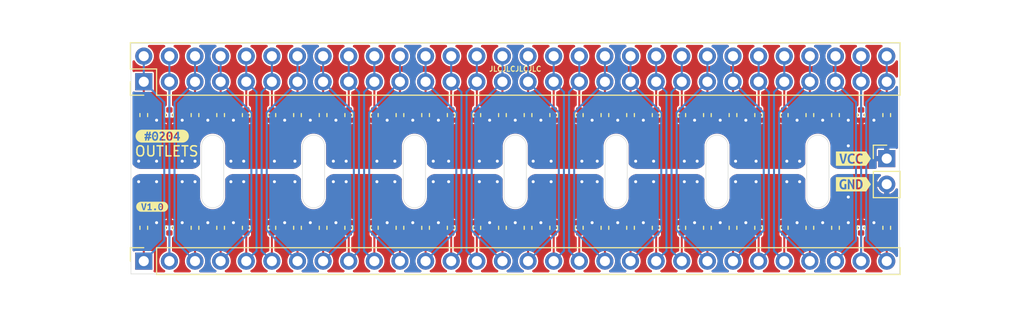
<source format=kicad_pcb>
(kicad_pcb (version 20211014) (generator pcbnew)
  (title_block (title "#0204 OUTLETS") (date "2022-10-18") (rev "V1.0") (company "TileParts"))
  (layers (0 "F.Cu" signal) (31 "B.Cu" signal) (34 "B.Paste" user) (35 "F.Paste" user) (36 "B.SilkS" user "B.Silkscreen") (37 "F.SilkS" user "F.Silkscreen") (38 "B.Mask" user) (39 "F.Mask" user) (44 "Edge.Cuts" user))
  (net 0 "")
  (net 1 "VCC")
  (net 2 "GND")
  (net 3 "/L01")
  (net 4 "/L02")
  (net 5 "/L03")
  (net 6 "/L04")
  (net 7 "/L05")
  (net 8 "/L06")
  (net 9 "/L07")
  (net 10 "/L08")
  (net 11 "/L30")
  (net 12 "/L29")
  (net 13 "/L28")
  (net 14 "/L27")
  (net 15 "/L26")
  (net 16 "/L25")
  (net 17 "/L24")
  (net 18 "/L23")
  (net 19 "/L22")
  (net 20 "/L21")
  (net 21 "/L20")
  (net 22 "/L19")
  (net 23 "/L18")
  (net 24 "/L17")
  (net 25 "/L16")
  (net 26 "/L15")
  (net 27 "/L14")
  (net 28 "/L13")
  (net 29 "/L12")
  (net 30 "/L11")
  (net 31 "/L10")
  (net 32 "/L09")
  (footprint "Resistor_SMD:R_0402_1005Metric" (layer "F.Cu") (at 113.33 115.588 90)
    (fp_text reference "R15" hide)
    (fp_text value "NC")
  )
  (footprint "Resistor_SMD:R_0402_1005Metric" (layer "F.Cu") (at 161.59 104.412 90)
    (fp_text reference "R44" hide)
    (fp_text value "NC")
  )
  (footprint "Resistor_SMD:R_0402_1005Metric" (layer "F.Cu") (at 151.43 115.588 90)
    (fp_text reference "R40" hide)
    (fp_text value "NC")
  )
  (footprint "Resistor_SMD:R_0402_1005Metric" (layer "F.Cu") (at 126.03 104.412 90)
    (fp_text reference "R10" hide)
    (fp_text value "NC")
  )
  (footprint "kibuzzard-634E0ED5" (layer "F.Cu") (at 105 106.5)
    (fp_text reference "kibuzzard-634E0ED5" hide)
    (fp_text value "G***" hide)
  )
  (footprint "Resistor_SMD:R_0402_1005Metric" (layer "F.Cu") (at 118.41 115.588 90)
    (fp_text reference "R17" hide)
    (fp_text value "NC")
  )
  (footprint "Resistor_SMD:R_0402_1005Metric" (layer "F.Cu") (at 128.57 104.412 90)
    (fp_text reference "R21" hide)
    (fp_text value "NC")
  )
  (footprint "Resistor_SMD:R_0402_1005Metric" (layer "F.Cu") (at 176.83 104.412 90)
    (fp_text reference "R50" hide)
    (fp_text value "NC")
  )
  (footprint "Resistor_SMD:R_0402_1005Metric" (layer "F.Cu") (at 159.05 115.588 90)
    (fp_text reference "R53" hide)
    (fp_text value "NC")
  )
  (footprint "Connector_PinSocket_2.54mm:PinSocket_1x30_P2.54mm_Vertical" (layer "F.Cu") (at 103.17 118.89 90)
    (fp_text reference "J1" hide)
    (fp_text value "INPUT")
  )
  (footprint "Resistor_SMD:R_0402_1005Metric" (layer "F.Cu") (at 126.03 115.588 90)
    (fp_text reference "R20" hide)
    (fp_text value "NC")
  )
  (footprint "Resistor_SMD:R_0402_1005Metric" (layer "F.Cu") (at 164.13 104.412 90)
    (fp_text reference "R45" hide)
    (fp_text value "NC")
  )
  (footprint "Resistor_SMD:R_0402_1005Metric" (layer "F.Cu") (at 136.19 104.412 90)
    (fp_text reference "R24" hide)
    (fp_text value "NC")
  )
  (footprint "Resistor_SMD:R_0402_1005Metric" (layer "F.Cu") (at 123.49 115.588 90)
    (fp_text reference "R19" hide)
    (fp_text value "NC")
  )
  (footprint "Resistor_SMD:R_0402_1005Metric" (layer "F.Cu") (at 120.95 115.588 90)
    (fp_text reference "R18" hide)
    (fp_text value "NC")
  )
  (footprint "Resistor_SMD:R_0402_1005Metric" (layer "F.Cu") (at 143.81 115.588 90)
    (fp_text reference "R37" hide)
    (fp_text value "NC")
  )
  (footprint "Resistor_SMD:R_0402_1005Metric" (layer "F.Cu") (at 146.35 104.412 90)
    (fp_text reference "R28" hide)
    (fp_text value "NC")
  )
  (footprint "Resistor_SMD:R_0402_1005Metric" (layer "F.Cu") (at 131.11 104.412 90)
    (fp_text reference "R22" hide)
    (fp_text value "NC")
  )
  (footprint "Resistor_SMD:R_0402_1005Metric" (layer "F.Cu") (at 169.21 104.412 90)
    (fp_text reference "R47" hide)
    (fp_text value "NC")
  )
  (footprint "Resistor_SMD:R_0402_1005Metric" (layer "F.Cu") (at 133.65 104.412 90)
    (fp_text reference "R23" hide)
    (fp_text value "NC")
  )
  (footprint "Resistor_SMD:R_0402_1005Metric" (layer "F.Cu") (at 174.29 115.588 90)
    (fp_text reference "R59" hide)
    (fp_text value "NC")
  )
  (footprint "Resistor_SMD:R_0402_1005Metric" (layer "F.Cu") (at 115.87 104.412 90)
    (fp_text reference "R6" hide)
    (fp_text value "NC")
  )
  (footprint "Resistor_SMD:R_0402_1005Metric" (layer "F.Cu") (at 105.71 104.412 90)
    (fp_text reference "R2" hide)
    (fp_text value "NC")
  )
  (footprint "Resistor_SMD:R_0402_1005Metric" (layer "F.Cu") (at 118.41 104.412 90)
    (fp_text reference "R7" hide)
    (fp_text value "NC")
  )
  (footprint "Resistor_SMD:R_0402_1005Metric" (layer "F.Cu") (at 128.57 115.588 90)
    (fp_text reference "R31" hide)
    (fp_text value "NC")
  )
  (footprint "Resistor_SMD:R_0402_1005Metric" (layer "F.Cu") (at 108.25 115.588 90)
    (fp_text reference "R13" hide)
    (fp_text value "NC")
  )
  (footprint "kibuzzard-63351CB9" (layer "F.Cu") (at 104 113.5)
    (fp_text reference "kibuzzard-63351CB9" hide)
    (fp_text value "G***" hide)
  )
  (footprint "Resistor_SMD:R_0402_1005Metric" (layer "F.Cu") (at 156.51 104.412 90)
    (fp_text reference "R42" hide)
    (fp_text value "NC")
  )
  (footprint "Resistor_SMD:R_0402_1005Metric" (layer "F.Cu") (at 103.17 115.588 90)
    (fp_text reference "R11" hide)
    (fp_text value "NC")
  )
  (footprint "Resistor_SMD:R_0402_1005Metric" (layer "F.Cu") (at 174.29 104.412 90)
    (fp_text reference "R49" hide)
    (fp_text value "NC")
  )
  (footprint "Resistor_SMD:R_0402_1005Metric" (layer "F.Cu") (at 131.11 115.588 90)
    (fp_text reference "R32" hide)
    (fp_text value "NC")
  )
  (footprint "kibuzzard-634D0629" (layer "F.Cu") (at 173.528 108.73)
    (fp_text reference "kibuzzard-634D0629" hide)
    (fp_text value "G***" hide)
  )
  (footprint "Resistor_SMD:R_0402_1005Metric" (layer "F.Cu") (at 148.89 104.412 90)
    (fp_text reference "R29" hide)
    (fp_text value "NC")
  )
  (footprint "Resistor_SMD:R_0402_1005Metric" (layer "F.Cu") (at 159.05 104.412 90)
    (fp_text reference "R43" hide)
    (fp_text value "NC")
  )
  (footprint "Resistor_SMD:R_0402_1005Metric" (layer "F.Cu") (at 123.49 104.412 90)
    (fp_text reference "R9" hide)
    (fp_text value "NC")
  )
  (footprint "Resistor_SMD:R_0402_1005Metric" (layer "F.Cu") (at 151.43 104.412 90)
    (fp_text reference "R30" hide)
    (fp_text value "NC")
  )
  (footprint "Resistor_SMD:R_0402_1005Metric" (layer "F.Cu") (at 136.19 115.588 90)
    (fp_text reference "R34" hide)
    (fp_text value "NC")
  )
  (footprint "Resistor_SMD:R_0402_1005Metric" (layer "F.Cu") (at 176.83 115.588 90)
    (fp_text reference "R60" hide)
    (fp_text value "NC")
  )
  (footprint "Resistor_SMD:R_0402_1005Metric" (layer "F.Cu") (at 161.59 115.588 90)
    (fp_text reference "R54" hide)
    (fp_text value "NC")
  )
  (footprint "Resistor_SMD:R_0402_1005Metric" (layer "F.Cu") (at 169.21 115.588 90)
    (fp_text reference "R57" hide)
    (fp_text value "NC")
  )
  (footprint "Resistor_SMD:R_0402_1005Metric" (layer "F.Cu") (at 105.71 115.588 90)
    (fp_text reference "R12" hide)
    (fp_text value "NC")
  )
  (footprint "Resistor_SMD:R_0402_1005Metric" (layer "F.Cu") (at 148.89 115.588 90)
    (fp_text reference "R39" hide)
    (fp_text value "NC")
  )
  (footprint "Resistor_SMD:R_0402_1005Metric" (layer "F.Cu") (at 153.97 104.412 90)
    (fp_text reference "R41" hide)
    (fp_text value "NC")
  )
  (footprint "Resistor_SMD:R_0402_1005Metric" (layer "F.Cu") (at 141.27 115.588 90)
    (fp_text reference "R36" hide)
    (fp_text value "NC")
  )
  (footprint "Resistor_SMD:R_0402_1005Metric" (layer "F.Cu") (at 166.67 104.412 90)
    (fp_text reference "R46" hide)
    (fp_text value "NC")
  )
  (footprint "Resistor_SMD:R_0402_1005Metric" (layer "F.Cu") (at 103.17 104.412 90)
    (fp_text reference "R1" hide)
    (fp_text value "NC")
  )
  (footprint "Resistor_SMD:R_0402_1005Metric" (layer "F.Cu") (at 110.79 104.412 90)
    (fp_text reference "R4" hide)
    (fp_text value "NC")
  )
  (footprint "Resistor_SMD:R_0402_1005Metric" (layer "F.Cu") (at 113.33 104.412 90)
    (fp_text reference "R5" hide)
    (fp_text value "NC")
  )
  (footprint "Resistor_SMD:R_0402_1005Metric" (layer "F.Cu") (at 141.27 104.412 90)
    (fp_text reference "R26" hide)
    (fp_text value "NC")
  )
  (footprint "Resistor_SMD:R_0402_1005Metric" (layer "F.Cu") (at 153.97 115.588 90)
    (fp_text reference "R51" hide)
    (fp_text value "NC")
  )
  (footprint "Resistor_SMD:R_0402_1005Metric" (layer "F.Cu") (at 146.35 115.588 90)
    (fp_text reference "R38" hide)
    (fp_text value "NC")
  )
  (footprint "Resistor_SMD:R_0402_1005Metric" (layer "F.Cu") (at 171.75 104.412 90)
    (fp_text reference "R48" hide)
    (fp_text value "NC")
  )
  (footprint "Resistor_SMD:R_0402_1005Metric" (layer "F.Cu") (at 156.51 115.588 90)
    (fp_text reference "R52" hide)
    (fp_text value "NC")
  )
  (footprint "Resistor_SMD:R_0402_1005Metric" (layer "F.Cu") (at 138.73 104.412 90)
    (fp_text reference "R25" hide)
    (fp_text value "NC")
  )
  (footprint "Connector_PinHeader_2.54mm:PinHeader_1x02_P2.54mm_Vertical" (layer "F.Cu") (at 176.83 108.725)
    (fp_text reference "J3" hide)
    (fp_text value "POWER")
  )
  (footprint "Resistor_SMD:R_0402_1005Metric" (layer "F.Cu") (at 166.67 115.588 90)
    (fp_text reference "R56" hide)
    (fp_text value "NC")
  )
  (footprint "Connector_PinHeader_2.54mm:PinHeader_2x30_P2.54mm_Vertical" (layer "F.Cu") (at 103.17 101.11 90)
    (fp_text reference "J2" hide)
    (fp_text value "OUTPUT")
  )
  (footprint "Resistor_SMD:R_0402_1005Metric" (layer "F.Cu") (at 110.79 115.588 90)
    (fp_text reference "R14" hide)
    (fp_text value "NC")
  )
  (footprint "Resistor_SMD:R_0402_1005Metric" (layer "F.Cu") (at 115.87 115.588 90)
    (fp_text reference "R16" hide)
    (fp_text value "NC")
  )
  (footprint "Resistor_SMD:R_0402_1005Metric" (layer "F.Cu") (at 143.81 104.412 90)
    (fp_text reference "R27" hide)
    (fp_text value "NC")
  )
  (footprint "kibuzzard-634D0633" (layer "F.Cu") (at 173.528 111.27)
    (fp_text reference "kibuzzard-634D0633" hide)
    (fp_text value "G***" hide)
  )
  (footprint "Resistor_SMD:R_0402_1005Metric" (layer "F.Cu") (at 133.65 115.588 90)
    (fp_text reference "R33" hide)
    (fp_text value "NC")
  )
  (footprint "Resistor_SMD:R_0402_1005Metric" (layer "F.Cu") (at 171.75 115.588 90)
    (fp_text reference "R58" hide)
    (fp_text value "NC")
  )
  (footprint "Resistor_SMD:R_0402_1005Metric" (layer "F.Cu") (at 108.25 104.412 90)
    (fp_text reference "R3" hide)
    (fp_text value "NC")
  )
  (footprint "Resistor_SMD:R_0402_1005Metric" (layer "F.Cu") (at 138.73 115.588 90)
    (fp_text reference "R35" hide)
    (fp_text value "NC")
  )
  (footprint "Resistor_SMD:R_0402_1005Metric" (layer "F.Cu") (at 164.13 115.588 90)
    (fp_text reference "R55" hide)
    (fp_text value "NC")
  )
  (footprint "Resistor_SMD:R_0402_1005Metric" (layer "F.Cu") (at 120.95 104.412 90)
    (fp_text reference "R8" hide)
    (fp_text value "NC")
  )
  (gr_arc (start 151.099999 112.5) (mid 150 113.599999) (end 148.900001 112.5) (layer "Edge.Cuts") (width 0.05))
  (gr_line (start 151.099999 112.5) (end 151.1 107.5) (layer "Edge.Cuts") (width 0.05))
  (gr_arc (start 131.099999 112.5) (mid 130 113.599999) (end 128.900001 112.5) (layer "Edge.Cuts") (width 0.05))
  (gr_arc (start 158.9 107.5) (mid 160 106.4) (end 161.1 107.5) (layer "Edge.Cuts") (width 0.05))
  (gr_line (start 178.1 97.3) (end 178.1 120.16) (layer "Edge.Cuts") (width 0.05))
  (gr_line (start 148.9 107.5) (end 148.900001 112.5) (layer "Edge.Cuts") (width 0.05))
  (gr_line (start 158.9 107.5) (end 158.900001 112.5) (layer "Edge.Cuts") (width 0.05))
  (gr_arc (start 171.099999 112.5) (mid 170 113.599999) (end 168.900001 112.5) (layer "Edge.Cuts") (width 0.05))
  (gr_line (start 131.099999 112.5) (end 131.1 107.5) (layer "Edge.Cuts") (width 0.05))
  (gr_line (start 161.099999 112.5) (end 161.1 107.5) (layer "Edge.Cuts") (width 0.05))
  (gr_arc (start 108.9 107.5) (mid 110 106.4) (end 111.1 107.5) (layer "Edge.Cuts") (width 0.05))
  (gr_arc (start 128.9 107.5) (mid 130 106.4) (end 131.1 107.5) (layer "Edge.Cuts") (width 0.05))
  (gr_line (start 101.9 97.3) (end 178.1 97.3) (layer "Edge.Cuts") (width 0.05))
  (gr_line (start 128.9 107.5) (end 128.900001 112.5) (layer "Edge.Cuts") (width 0.05))
  (gr_line (start 121.099999 112.5) (end 121.1 107.5) (layer "Edge.Cuts") (width 0.05))
  (gr_line (start 138.9 107.5) (end 138.900001 112.5) (layer "Edge.Cuts") (width 0.05))
  (gr_arc (start 148.9 107.5) (mid 150 106.4) (end 151.1 107.5) (layer "Edge.Cuts") (width 0.05))
  (gr_arc (start 118.9 107.5) (mid 120 106.4) (end 121.1 107.5) (layer "Edge.Cuts") (width 0.05))
  (gr_arc (start 111.099999 112.5) (mid 110 113.599999) (end 108.900001 112.5) (layer "Edge.Cuts") (width 0.05))
  (gr_arc (start 138.9 107.5) (mid 140 106.4) (end 141.1 107.5) (layer "Edge.Cuts") (width 0.05))
  (gr_line (start 178.1 120.16) (end 101.9 120.16) (layer "Edge.Cuts") (width 0.05))
  (gr_line (start 108.9 107.5) (end 108.900001 112.5) (layer "Edge.Cuts") (width 0.05))
  (gr_arc (start 141.099999 112.5) (mid 140 113.599999) (end 138.900001 112.5) (layer "Edge.Cuts") (width 0.05))
  (gr_line (start 111.099999 112.5) (end 111.1 107.5) (layer "Edge.Cuts") (width 0.05))
  (gr_line (start 168.9 107.5) (end 168.900001 112.5) (layer "Edge.Cuts") (width 0.05))
  (gr_line (start 101.9 97.3) (end 101.9 120.16) (layer "Edge.Cuts") (width 0.05))
  (gr_line (start 141.099999 112.5) (end 141.1 107.5) (layer "Edge.Cuts") (width 0.05))
  (gr_arc (start 121.099999 112.5) (mid 120 113.599999) (end 118.900001 112.5) (layer "Edge.Cuts") (width 0.05))
  (gr_line (start 118.9 107.5) (end 118.900001 112.5) (layer "Edge.Cuts") (width 0.05))
  (gr_line (start 171.099999 112.5) (end 171.1 107.5) (layer "Edge.Cuts") (width 0.05))
  (gr_arc (start 168.9 107.5) (mid 170 106.4) (end 171.1 107.5) (layer "Edge.Cuts") (width 0.05))
  (gr_arc (start 161.099999 112.5) (mid 160 113.599999) (end 158.900001 112.5) (layer "Edge.Cuts") (width 0.05))
  (gr_text "JLCJLCJLCJLC" (at 140 99.84) (layer "F.SilkS") (effects (font (size 0.5 0.5) (thickness 0.1))))
  (gr_text "OUTLETS" (at 102.2 108) (layer "F.SilkS") (effects (font (size 1 1)) (justify left)))
  (via (at 127.3 104.92) (size 0.5) (drill 0.3) (layers "F.Cu" "B.Cu") (net 1))
  (via (at 167.94 104.92) (size 0.5) (drill 0.3) (layers "F.Cu" "B.Cu") (net 1))
  (via (at 106.98 104.92) (size 0.5) (drill 0.3) (layers "F.Cu" "B.Cu") (net 1))
  (via (at 161.844 108.984) (size 0.5) (drill 0.3) (layers "F.Cu" "B.Cu") (net 1))
  (via (at 166.924 108.984) (size 0.5) (drill 0.3) (layers "F.Cu" "B.Cu") (net 1))
  (via (at 148.128 108.984) (size 0.5) (drill 0.3) (layers "F.Cu" "B.Cu") (net 1))
  (via (at 123.236 108.984) (size 0.5) (drill 0.3) (layers "F.Cu" "B.Cu") (net 1))
  (via (at 104.44 108.984) (size 0.5) (drill 0.3) (layers "F.Cu" "B.Cu") (net 1))
  (via (at 173.02 104.92) (size 0.5) (drill 0.3) (layers "F.Cu" "B.Cu") (net 1))
  (via (at 170.48 104.92) (size 0.5) (drill 0.3) (layers "F.Cu" "B.Cu") (net 1))
  (via (at 102.662 108.984) (size 0.5) (drill 0.3) (layers "F.Cu" "B.Cu") (net 1))
  (via (at 131.872 108.984) (size 0.5) (drill 0.3) (layers "F.Cu" "B.Cu") (net 1))
  (via (at 126.284 108.984) (size 0.5) (drill 0.3) (layers "F.Cu" "B.Cu") (net 1))
  (via (at 142.54 104.92) (size 0.5) (drill 0.3) (layers "F.Cu" "B.Cu") (net 1))
  (via (at 108.25 108.984) (size 0.5) (drill 0.3) (layers "F.Cu" "B.Cu") (net 1))
  (via (at 156.764 108.984) (size 0.5) (drill 0.3) (layers "F.Cu" "B.Cu") (net 1))
  (via (at 153.716 108.984) (size 0.5) (drill 0.3) (layers "F.Cu" "B.Cu") (net 1))
  (via (at 147.62 104.92) (size 0.5) (drill 0.3) (layers "F.Cu" "B.Cu") (net 1))
  (via (at 150.16 104.92) (size 0.5) (drill 0.3) (layers "F.Cu" "B.Cu") (net 1))
  (via (at 157.78 104.92) (size 0.5) (drill 0.3) (layers "F.Cu" "B.Cu") (net 1))
  (via (at 175.56 104.92) (size 0.5) (drill 0.3) (layers "F.Cu" "B.Cu") (net 1))
  (via (at 160.32 104.92) (size 0.5) (drill 0.3) (layers "F.Cu" "B.Cu") (net 1))
  (via (at 128.062 108.984) (size 0.5) (drill 0.3) (layers "F.Cu" "B.Cu") (net 1))
  (via (at 141.778 108.984) (size 0.5) (drill 0.3) (layers "F.Cu" "B.Cu") (net 1))
  (via (at 129.84 104.92) (size 0.5) (drill 0.3) (layers "F.Cu" "B.Cu") (net 1))
  (via (at 113.076 108.984) (size 0.5) (drill 0.3) (layers "F.Cu" "B.Cu") (net 1))
  (via (at 118.156 108.984) (size 0.5) (drill 0.3) (layers "F.Cu" "B.Cu") (net 1))
  (via (at 138.222 108.984) (size 0.5) (drill 0.3) (layers "F.Cu" "B.Cu") (net 1))
  (via (at 140 104.92) (size 0.5) (drill 0.3) (layers "F.Cu" "B.Cu") (net 1))
  (via (at 146.604 108.984) (size 0.5) (drill 0.3) (layers "F.Cu" "B.Cu") (net 1))
  (via (at 162.86 104.92) (size 0.5) (drill 0.3) (layers "F.Cu" "B.Cu") (net 1))
  (via (at 137.46 104.92) (size 0.5) (drill 0.3) (layers "F.Cu" "B.Cu") (net 1))
  (via (at 173.02 107.46) (size 0.5) (drill 0.3) (layers "F.Cu" "B.Cu") (net 1))
  (via (at 111.806 108.984) (size 0.5) (drill 0.3) (layers "F.Cu" "B.Cu") (net 1))
  (via (at 119.68 104.92) (size 0.5) (drill 0.3) (layers "F.Cu" "B.Cu") (net 1))
  (via (at 151.938 108.984) (size 0.5) (drill 0.3) (layers "F.Cu" "B.Cu") (net 1))
  (via (at 116.124 108.984) (size 0.5) (drill 0.3) (layers "F.Cu" "B.Cu") (net 1))
  (via (at 117.14 104.92) (size 0.5) (drill 0.3) (layers "F.Cu" "B.Cu") (net 1))
  (via (at 122.22 104.92) (size 0.5) (drill 0.3) (layers "F.Cu" "B.Cu") (net 1))
  (via (at 106.98 108.984) (size 0.5) (drill 0.3) (layers "F.Cu" "B.Cu") (net 1))
  (via (at 133.396 108.984) (size 0.5) (drill 0.3) (layers "F.Cu" "B.Cu") (net 1))
  (via (at 104.44 104.92) (size 0.5) (drill 0.3) (layers "F.Cu" "B.Cu") (net 1))
  (via (at 109.52 104.92) (size 0.5) (drill 0.3) (layers "F.Cu" "B.Cu") (net 1))
  (via (at 168.194 108.984) (size 0.5) (drill 0.3) (layers "F.Cu" "B.Cu") (net 1))
  (via (at 112.06 104.92) (size 0.5) (drill 0.3) (layers "F.Cu" "B.Cu") (net 1))
  (via (at 163.876 108.984) (size 0.5) (drill 0.3) (layers "F.Cu" "B.Cu") (net 1))
  (via (at 136.444 108.984) (size 0.5) (drill 0.3) (layers "F.Cu" "B.Cu") (net 1))
  (via (at 158.034 108.984) (size 0.5) (drill 0.3) (layers "F.Cu" "B.Cu") (net 1))
  (via (at 121.966 108.984) (size 0.5) (drill 0.3) (layers "F.Cu" "B.Cu") (net 1))
  (via (at 152.7 104.92) (size 0.5) (drill 0.3) (layers "F.Cu" "B.Cu") (net 1))
  (via (at 132.38 104.92) (size 0.5) (drill 0.3) (layers "F.Cu" "B.Cu") (net 1))
  (via (at 143.556 108.984) (size 0.5) (drill 0.3) (layers "F.Cu" "B.Cu") (net 1))
  (via (at 167.94 115.08) (size 0.5) (drill 0.3) (layers "F.Cu" "B.Cu") (net 2))
  (via (at 162.86 115.08) (size 0.5) (drill 0.3) (layers "F.Cu" "B.Cu") (net 2))
  (via (at 142.54 115.08) (size 0.5) (drill 0.3) (layers "F.Cu" "B.Cu") (net 2))
  (via (at 131.872 111.016) (size 0.5) (drill 0.3) (layers "F.Cu" "B.Cu") (net 2))
  (via (at 127.3 115.08) (size 0.5) (drill 0.3) (layers "F.Cu" "B.Cu") (net 2))
  (via (at 111.806 111.016) (size 0.5) (drill 0.3) (layers "F.Cu" "B.Cu") (net 2))
  (via (at 160.32 115.08) (size 0.5) (drill 0.3) (layers "F.Cu" "B.Cu") (net 2))
  (via (at 138.222 111.016) (size 0.5) (drill 0.3) (layers "F.Cu" "B.Cu") (net 2))
  (via (at 121.966 111.016) (size 0.5) (drill 0.3) (layers "F.Cu" "B.Cu") (net 2))
  (via (at 109.52 115.08) (size 0.5) (drill 0.3) (layers "F.Cu" "B.Cu") (net 2))
  (via (at 126.284 111.016) (size 0.5) (drill 0.3) (layers "F.Cu" "B.Cu") (net 2))
  (via (at 140 115.08) (size 0.5) (drill 0.3) (layers "F.Cu" "B.Cu") (net 2))
  (via (at 104.44 111.016) (size 0.5) (drill 0.3) (layers "F.Cu" "B.Cu") (net 2))
  (via (at 129.84 115.08) (size 0.5) (drill 0.3) (layers "F.Cu" "B.Cu") (net 2))
  (via (at 104.44 115.08) (size 0.5) (drill 0.3) (layers "F.Cu" "B.Cu") (net 2))
  (via (at 141.778 111.016) (size 0.5) (drill 0.3) (layers "F.Cu" "B.Cu") (net 2))
  (via (at 146.604 111.016) (size 0.5) (drill 0.3) (layers "F.Cu" "B.Cu") (net 2))
  (via (at 153.716 111.016) (size 0.5) (drill 0.3) (layers "F.Cu" "B.Cu") (net 2))
  (via (at 150.16 115.08) (size 0.5) (drill 0.3) (layers "F.Cu" "B.Cu") (net 2))
  (via (at 158.034 111.016) (size 0.5) (drill 0.3) (layers "F.Cu" "B.Cu") (net 2))
  (via (at 132.38 115.08) (size 0.5) (drill 0.3) (layers "F.Cu" "B.Cu") (net 2))
  (via (at 163.876 111.016) (size 0.5) (drill 0.3) (layers "F.Cu" "B.Cu") (net 2))
  (via (at 106.98 111.016) (size 0.5) (drill 0.3) (layers "F.Cu" "B.Cu") (net 2))
  (via (at 113.076 111.016) (size 0.5) (drill 0.3) (layers "F.Cu" "B.Cu") (net 2))
  (via (at 173.02 112.54) (size 0.5) (drill 0.3) (layers "F.Cu" "B.Cu") (net 2))
  (via (at 147.62 115.08) (size 0.5) (drill 0.3) (layers "F.Cu" "B.Cu") (net 2))
  (via (at 102.662 111.016) (size 0.5) (drill 0.3) (layers "F.Cu" "B.Cu") (net 2))
  (via (at 112.06 115.08) (size 0.5) (drill 0.3) (layers "F.Cu" "B.Cu") (net 2))
  (via (at 168.194 111.016) (size 0.5) (drill 0.3) (layers "F.Cu" "B.Cu") (net 2))
  (via (at 166.924 111.016) (size 0.5) (drill 0.3) (layers "F.Cu" "B.Cu") (net 2))
  (via (at 123.236 111.016) (size 0.5) (drill 0.3) (layers "F.Cu" "B.Cu") (net 2))
  (via (at 108.25 111.016) (size 0.5) (drill 0.3) (layers "F.Cu" "B.Cu") (net 2))
  (via (at 128.062 111.016) (size 0.5) (drill 0.3) (layers "F.Cu" "B.Cu") (net 2))
  (via (at 152.7 115.08) (size 0.5) (drill 0.3) (layers "F.Cu" "B.Cu") (net 2))
  (via (at 161.844 111.016) (size 0.5) (drill 0.3) (layers "F.Cu" "B.Cu") (net 2))
  (via (at 137.46 115.08) (size 0.5) (drill 0.3) (layers "F.Cu" "B.Cu") (net 2))
  (via (at 106.98 115.08) (size 0.5) (drill 0.3) (layers "F.Cu" "B.Cu") (net 2))
  (via (at 119.68 115.08) (size 0.5) (drill 0.3) (layers "F.Cu" "B.Cu") (net 2))
  (via (at 151.938 111.016) (size 0.5) (drill 0.3) (layers "F.Cu" "B.Cu") (net 2))
  (via (at 143.556 111.016) (size 0.5) (drill 0.3) (layers "F.Cu" "B.Cu") (net 2))
  (via (at 170.48 115.08) (size 0.5) (drill 0.3) (layers "F.Cu" "B.Cu") (net 2))
  (via (at 122.22 115.08) (size 0.5) (drill 0.3) (layers "F.Cu" "B.Cu") (net 2))
  (via (at 157.78 115.08) (size 0.5) (drill 0.3) (layers "F.Cu" "B.Cu") (net 2))
  (via (at 118.156 111.016) (size 0.5) (drill 0.3) (layers "F.Cu" "B.Cu") (net 2))
  (via (at 175.56 115.08) (size 0.5) (drill 0.3) (layers "F.Cu" "B.Cu") (net 2))
  (via (at 117.14 115.08) (size 0.5) (drill 0.3) (layers "F.Cu" "B.Cu") (net 2))
  (via (at 148.128 111.016) (size 0.5) (drill 0.3) (layers "F.Cu" "B.Cu") (net 2))
  (via (at 173.02 115.08) (size 0.5) (drill 0.3) (layers "F.Cu" "B.Cu") (net 2))
  (via (at 133.396 111.016) (size 0.5) (drill 0.3) (layers "F.Cu" "B.Cu") (net 2))
  (via (at 136.444 111.016) (size 0.5) (drill 0.3) (layers "F.Cu" "B.Cu") (net 2))
  (via (at 156.764 111.016) (size 0.5) (drill 0.3) (layers "F.Cu" "B.Cu") (net 2))
  (via (at 116.124 111.016) (size 0.5) (drill 0.3) (layers "F.Cu" "B.Cu") (net 2))
  (segment (start 103.17 116.098) (end 103.17 118.89) (width 0.2) (layer "F.Cu") (net 3))
  (segment (start 103.17 103.902) (end 103.17 101.11) (width 0.2) (layer "F.Cu") (net 3))
  (segment (start 105.202 116.858) (end 103.17 118.89) (width 0.2) (layer "B.Cu") (net 3))
  (segment (start 105.202 103.142) (end 105.202 116.858) (width 0.2) (layer "B.Cu") (net 3))
  (segment (start 103.17 101.11) (end 105.202 103.142) (width 0.2) (layer "B.Cu") (net 3))
  (segment (start 103.17 98.57) (end 103.17 101.11) (width 0.2) (layer "B.Cu") (net 3))
  (segment (start 105.71 103.902) (end 105.71 101.11) (width 0.2) (layer "F.Cu") (net 4))
  (segment (start 105.71 116.098) (end 105.71 118.89) (width 0.2) (layer "F.Cu") (net 4))
  (segment (start 105.71 98.57) (end 105.71 118.89) (width 0.2) (layer "B.Cu") (net 4))
  (segment (start 108.25 103.902) (end 108.25 101.11) (width 0.2) (layer "F.Cu") (net 5))
  (segment (start 108.25 116.098) (end 108.25 118.89) (width 0.2) (layer "F.Cu") (net 5))
  (segment (start 108.25 101.11) (end 106.218 103.142) (width 0.2) (layer "B.Cu") (net 5))
  (segment (start 108.25 98.57) (end 108.25 101.11) (width 0.2) (layer "B.Cu") (net 5))
  (segment (start 106.218 103.142) (end 106.218 116.858) (width 0.2) (layer "B.Cu") (net 5))
  (segment (start 106.218 116.858) (end 108.25 118.89) (width 0.2) (layer "B.Cu") (net 5))
  (segment (start 110.79 103.902) (end 110.79 101.11) (width 0.2) (layer "F.Cu") (net 6))
  (segment (start 110.79 116.098) (end 110.79 118.89) (width 0.2) (layer "F.Cu") (net 6))
  (segment (start 110.79 101.11) (end 113.838 104.158) (width 0.2) (layer "B.Cu") (net 6))
  (segment (start 113.838 115.842) (end 110.79 118.89) (width 0.2) (layer "B.Cu") (net 6))
  (segment (start 113.838 104.158) (end 113.838 115.842) (width 0.2) (layer "B.Cu") (net 6))
  (segment (start 110.79 98.57) (end 110.79 101.11) (width 0.2) (layer "B.Cu") (net 6))
  (segment (start 113.33 103.902) (end 113.33 101.11) (width 0.2) (layer "F.Cu") (net 7))
  (segment (start 113.33 116.098) (end 113.33 118.89) (width 0.2) (layer "F.Cu") (net 7))
  (segment (start 114.346 102.126) (end 114.346 117.874) (width 0.2) (layer "B.Cu") (net 7))
  (segment (start 114.346 117.874) (end 113.33 118.89) (width 0.2) (layer "B.Cu") (net 7))
  (segment (start 113.33 101.11) (end 114.346 102.126) (width 0.2) (layer "B.Cu") (net 7))
  (segment (start 113.33 98.57) (end 113.33 101.11) (width 0.2) (layer "B.Cu") (net 7))
  (segment (start 115.87 103.902) (end 115.87 101.11) (width 0.2) (layer "F.Cu") (net 8))
  (segment (start 115.87 116.098) (end 115.87 118.89) (width 0.2) (layer "F.Cu") (net 8))
  (segment (start 114.854 117.874) (end 115.87 118.89) (width 0.2) (layer "B.Cu") (net 8))
  (segment (start 115.87 101.11) (end 114.854 102.126) (width 0.2) (layer "B.Cu") (net 8))
  (segment (start 115.87 98.57) (end 115.87 101.11) (width 0.2) (layer "B.Cu") (net 8))
  (segment (start 114.854 102.126) (end 114.854 117.874) (width 0.2) (layer "B.Cu") (net 8))
  (segment (start 118.41 103.902) (end 118.41 101.11) (width 0.2) (layer "F.Cu") (net 9))
  (segment (start 118.41 116.098) (end 118.41 118.89) (width 0.2) (layer "F.Cu") (net 9))
  (segment (start 115.362 104.158) (end 115.362 115.842) (width 0.2) (layer "B.Cu") (net 9))
  (segment (start 118.41 101.11) (end 115.362 104.158) (width 0.2) (layer "B.Cu") (net 9))
  (segment (start 118.41 98.57) (end 118.41 101.11) (width 0.2) (layer "B.Cu") (net 9))
  (segment (start 115.362 115.842) (end 118.41 118.89) (width 0.2) (layer "B.Cu") (net 9))
  (segment (start 120.95 103.902) (end 120.95 101.11) (width 0.2) (layer "F.Cu") (net 10))
  (segment (start 120.95 116.098) (end 120.95 118.89) (width 0.2) (layer "F.Cu") (net 10))
  (segment (start 120.95 98.57) (end 120.95 101.11) (width 0.2) (layer "B.Cu") (net 10))
  (segment (start 120.95 101.11) (end 123.998 104.158) (width 0.2) (layer "B.Cu") (net 10))
  (segment (start 123.998 104.158) (end 123.998 115.842) (width 0.2) (layer "B.Cu") (net 10))
  (segment (start 123.998 115.842) (end 120.95 118.89) (width 0.2) (layer "B.Cu") (net 10))
  (segment (start 176.83 103.902) (end 176.83 101.11) (width 0.2) (layer "F.Cu") (net 11))
  (segment (start 176.83 116.098) (end 176.83 118.89) (width 0.2) (layer "F.Cu") (net 11))
  (segment (start 174.798 103.142) (end 174.798 116.858) (width 0.2) (layer "B.Cu") (net 11))
  (segment (start 176.83 101.11) (end 174.798 103.142) (width 0.2) (layer "B.Cu") (net 11))
  (segment (start 176.83 98.57) (end 176.83 101.11) (width 0.2) (layer "B.Cu") (net 11))
  (segment (start 174.798 116.858) (end 176.83 118.89) (width 0.2) (layer "B.Cu") (net 11))
  (segment (start 174.29 103.902) (end 174.29 101.11) (width 0.2) (layer "F.Cu") (net 12))
  (segment (start 174.29 116.098) (end 174.29 118.89) (width 0.2) (layer "F.Cu") (net 12))
  (segment (start 174.29 98.57) (end 174.29 118.89) (width 0.2) (layer "B.Cu") (net 12))
  (segment (start 171.75 116.098) (end 171.75 118.89) (width 0.2) (layer "F.Cu") (net 13))
  (segment (start 171.75 103.902) (end 171.75 101.11) (width 0.2) (layer "F.Cu") (net 13))
  (segment (start 173.782 116.858) (end 171.75 118.89) (width 0.2) (layer "B.Cu") (net 13))
  (segment (start 171.75 98.57) (end 171.75 101.11) (width 0.2) (layer "B.Cu") (net 13))
  (segment (start 173.782 103.142) (end 173.782 116.858) (width 0.2) (layer "B.Cu") (net 13))
  (segment (start 171.75 101.11) (end 173.782 103.142) (width 0.2) (layer "B.Cu") (net 13))
  (segment (start 169.21 103.902) (end 169.21 101.11) (width 0.2) (layer "F.Cu") (net 14))
  (segment (start 169.21 116.098) (end 169.21 118.89) (width 0.2) (layer "F.Cu") (net 14))
  (segment (start 166.162 115.842) (end 169.21 118.89) (width 0.2) (layer "B.Cu") (net 14))
  (segment (start 169.21 98.57) (end 169.21 101.11) (width 0.2) (layer "B.Cu") (net 14))
  (segment (start 166.162 104.158) (end 166.162 115.842) (width 0.2) (layer "B.Cu") (net 14))
  (segment (start 169.21 101.11) (end 166.162 104.158) (width 0.2) (layer "B.Cu") (net 14))
  (segment (start 166.67 103.902) (end 166.67 101.11) (width 0.2) (layer "F.Cu") (net 15))
  (segment (start 166.67 118.89) (end 166.67 116.098) (width 0.2) (layer "F.Cu") (net 15))
  (segment (start 165.654 102.126) (end 165.654 117.874) (width 0.2) (layer "B.Cu") (net 15))
  (segment (start 166.67 101.11) (end 165.654 102.126) (width 0.2) (layer "B.Cu") (net 15))
  (segment (start 165.654 117.874) (end 166.67 118.89) (width 0.2) (layer "B.Cu") (net 15))
  (segment (start 166.67 98.57) (end 166.67 101.11) (width 0.2) (layer "B.Cu") (net 15))
  (segment (start 164.13 103.902) (end 164.13 101.11) (width 0.2) (layer "F.Cu") (net 16))
  (segment (start 164.13 116.098) (end 164.13 118.89) (width 0.2) (layer "F.Cu") (net 16))
  (segment (start 165.146 117.874) (end 164.13 118.89) (width 0.2) (layer "B.Cu") (net 16))
  (segment (start 164.13 101.11) (end 165.146 102.126) (width 0.2) (layer "B.Cu") (net 16))
  (segment (start 164.13 98.57) (end 164.13 101.11) (width 0.2) (layer "B.Cu") (net 16))
  (segment (start 165.146 102.126) (end 165.146 117.874) (width 0.2) (layer "B.Cu") (net 16))
  (segment (start 161.59 103.902) (end 161.59 101.11) (width 0.2) (layer "F.Cu") (net 17))
  (segment (start 161.59 118.89) (end 161.59 116.098) (width 0.2) (layer "F.Cu") (net 17))
  (segment (start 161.59 101.11) (end 164.638 104.158) (width 0.2) (layer "B.Cu") (net 17))
  (segment (start 164.638 115.842) (end 161.59 118.89) (width 0.2) (layer "B.Cu") (net 17))
  (segment (start 164.638 104.158) (end 164.638 115.842) (width 0.2) (layer "B.Cu") (net 17))
  (segment (start 161.59 98.57) (end 161.59 101.11) (width 0.2) (layer "B.Cu") (net 17))
  (segment (start 159.05 116.098) (end 159.05 118.89) (width 0.2) (layer "F.Cu") (net 18))
  (segment (start 159.05 103.902) (end 159.05 101.11) (width 0.2) (layer "F.Cu") (net 18))
  (segment (start 159.05 101.11) (end 156.002 104.158) (width 0.2) (layer "B.Cu") (net 18))
  (segment (start 156.002 115.842) (end 159.05 118.89) (width 0.2) (layer "B.Cu") (net 18))
  (segment (start 156.002 104.158) (end 156.002 115.842) (width 0.2) (layer "B.Cu") (net 18))
  (segment (start 159.05 98.57) (end 159.05 101.11) (width 0.2) (layer "B.Cu") (net 18))
  (segment (start 156.51 116.098) (end 156.51 118.89) (width 0.2) (layer "F.Cu") (net 19))
  (segment (start 156.51 103.902) (end 156.51 101.11) (width 0.2) (layer "F.Cu") (net 19))
  (segment (start 156.51 101.11) (end 155.494 102.126) (width 0.2) (layer "B.Cu") (net 19))
  (segment (start 155.494 117.874) (end 156.51 118.89) (width 0.2) (layer "B.Cu") (net 19))
  (segment (start 156.51 98.57) (end 156.51 101.11) (width 0.2) (layer "B.Cu") (net 19))
  (segment (start 155.494 102.126) (end 155.494 117.874) (width 0.2) (layer "B.Cu") (net 19))
  (segment (start 153.97 116.098) (end 153.97 118.89) (width 0.2) (layer "F.Cu") (net 20))
  (segment (start 153.97 103.902) (end 153.97 101.11) (width 0.2) (layer "F.Cu") (net 20))
  (segment (start 154.986 102.126) (end 154.986 117.874) (width 0.2) (layer "B.Cu") (net 20))
  (segment (start 153.97 98.57) (end 153.97 101.11) (width 0.2) (layer "B.Cu") (net 20))
  (segment (start 154.986 117.874) (end 153.97 118.89) (width 0.2) (layer "B.Cu") (net 20))
  (segment (start 153.97 101.11) (end 154.986 102.126) (width 0.2) (layer "B.Cu") (net 20))
  (segment (start 151.43 103.902) (end 151.43 101.11) (width 0.2) (layer "F.Cu") (net 21))
  (segment (start 151.43 118.89) (end 151.43 116.098) (width 0.2) (layer "F.Cu") (net 21))
  (segment (start 154.478 104.158) (end 154.478 115.842) (width 0.2) (layer "B.Cu") (net 21))
  (segment (start 151.43 98.57) (end 151.43 101.11) (width 0.2) (layer "B.Cu") (net 21))
  (segment (start 151.43 101.11) (end 154.478 104.158) (width 0.2) (layer "B.Cu") (net 21))
  (segment (start 154.478 115.842) (end 151.43 118.89) (width 0.2) (layer "B.Cu") (net 21))
  (segment (start 148.89 103.902) (end 148.89 101.11) (width 0.2) (layer "F.Cu") (net 22))
  (segment (start 148.89 118.89) (end 148.89 116.098) (width 0.2) (layer "F.Cu") (net 22))
  (segment (start 148.89 98.57) (end 148.89 101.11) (width 0.2) (layer "B.Cu") (net 22))
  (segment (start 145.842 115.842) (end 148.89 118.89) (width 0.2) (layer "B.Cu") (net 22))
  (segment (start 148.89 101.11) (end 145.842 104.158) (width 0.2) (layer "B.Cu") (net 22))
  (segment (start 145.842 104.158) (end 145.842 115.842) (width 0.2) (layer "B.Cu") (net 22))
  (segment (start 146.35 103.902) (end 146.35 101.11) (width 0.2) (layer "F.Cu") (net 23))
  (segment (start 146.35 118.89) (end 146.35 116.098) (width 0.2) (layer "F.Cu") (net 23))
  (segment (start 146.35 101.11) (end 145.334 102.126) (width 0.2) (layer "B.Cu") (net 23))
  (segment (start 145.334 102.126) (end 145.334 117.874) (width 0.2) (layer "B.Cu") (net 23))
  (segment (start 146.35 98.57) (end 146.35 101.11) (width 0.2) (layer "B.Cu") (net 23))
  (segment (start 145.334 117.874) (end 146.35 118.89) (width 0.2) (layer "B.Cu") (net 23))
  (segment (start 143.81 103.902) (end 143.81 101.11) (width 0.2) (layer "F.Cu") (net 24))
  (segment (start 143.81 116.098) (end 143.81 118.89) (width 0.2) (layer "F.Cu") (net 24))
  (segment (start 143.81 98.57) (end 143.81 101.11) (width 0.2) (layer "B.Cu") (net 24))
  (segment (start 144.826 102.126) (end 144.826 117.874) (width 0.2) (layer "B.Cu") (net 24))
  (segment (start 144.826 117.874) (end 143.81 118.89) (width 0.2) (layer "B.Cu") (net 24))
  (segment (start 143.81 101.11) (end 144.826 102.126) (width 0.2) (layer "B.Cu") (net 24))
  (segment (start 141.27 116.098) (end 141.27 118.89) (width 0.2) (layer "F.Cu") (net 25))
  (segment (start 141.27 103.902) (end 141.27 101.11) (width 0.2) (layer "F.Cu") (net 25))
  (segment (start 141.27 101.11) (end 144.318 104.158) (width 0.2) (layer "B.Cu") (net 25))
  (segment (start 144.318 115.842) (end 141.27 118.89) (width 0.2) (layer "B.Cu") (net 25))
  (segment (start 141.27 98.57) (end 141.27 101.11) (width 0.2) (layer "B.Cu") (net 25))
  (segment (start 144.318 104.158) (end 144.318 115.842) (width 0.2) (layer "B.Cu") (net 25))
  (segment (start 138.73 116.098) (end 138.73 118.89) (width 0.2) (layer "F.Cu") (net 26))
  (segment (start 138.73 103.902) (end 138.73 101.11) (width 0.2) (layer "F.Cu") (net 26))
  (segment (start 138.73 101.11) (end 135.682 104.158) (width 0.2) (layer "B.Cu") (net 26))
  (segment (start 135.682 104.158) (end 135.682 115.842) (width 0.2) (layer "B.Cu") (net 26))
  (segment (start 135.682 115.842) (end 138.73 118.89) (width 0.2) (layer "B.Cu") (net 26))
  (segment (start 138.73 98.57) (end 138.73 101.11) (width 0.2) (layer "B.Cu") (net 26))
  (segment (start 136.19 103.902) (end 136.19 101.11) (width 0.2) (layer "F.Cu") (net 27))
  (segment (start 136.19 116.098) (end 136.19 118.89) (width 0.2) (layer "F.Cu") (net 27))
  (segment (start 135.174 102.126) (end 135.174 117.874) (width 0.2) (layer "B.Cu") (net 27))
  (segment (start 136.19 98.57) (end 136.19 101.11) (width 0.2) (layer "B.Cu") (net 27))
  (segment (start 136.19 101.11) (end 135.174 102.126) (width 0.2) (layer "B.Cu") (net 27))
  (segment (start 135.174 117.874) (end 136.19 118.89) (width 0.2) (layer "B.Cu") (net 27))
  (segment (start 133.65 103.902) (end 133.65 101.11) (width 0.2) (layer "F.Cu") (net 28))
  (segment (start 133.65 116.098) (end 133.65 118.89) (width 0.2) (layer "F.Cu") (net 28))
  (segment (start 134.666 102.126) (end 134.666 117.874) (width 0.2) (layer "B.Cu") (net 28))
  (segment (start 133.65 101.11) (end 134.666 102.126) (width 0.2) (layer "B.Cu") (net 28))
  (segment (start 133.65 98.57) (end 133.65 101.11) (width 0.2) (layer "B.Cu") (net 28))
  (segment (start 134.666 117.874) (end 133.65 118.89) (width 0.2) (layer "B.Cu") (net 28))
  (segment (start 131.11 103.902) (end 131.11 101.11) (width 0.2) (layer "F.Cu") (net 29))
  (segment (start 131.11 116.098) (end 131.11 118.89) (width 0.2) (layer "F.Cu") (net 29))
  (segment (start 131.11 101.11) (end 134.158 104.158) (width 0.2) (layer "B.Cu") (net 29))
  (segment (start 131.11 98.57) (end 131.11 101.11) (width 0.2) (layer "B.Cu") (net 29))
  (segment (start 134.158 104.158) (end 134.158 115.842) (width 0.2) (layer "B.Cu") (net 29))
  (segment (start 134.158 115.842) (end 131.11 118.89) (width 0.2) (layer "B.Cu") (net 29))
  (segment (start 128.57 103.902) (end 128.57 101.11) (width 0.2) (layer "F.Cu") (net 30))
  (segment (start 128.57 116.098) (end 128.57 118.89) (width 0.2) (layer "F.Cu") (net 30))
  (segment (start 125.522 115.842) (end 128.57 118.89) (width 0.2) (layer "B.Cu") (net 30))
  (segment (start 125.522 104.158) (end 125.522 115.842) (width 0.2) (layer "B.Cu") (net 30))
  (segment (start 128.57 101.11) (end 125.522 104.158) (width 0.2) (layer "B.Cu") (net 30))
  (segment (start 128.57 98.57) (end 128.57 101.11) (width 0.2) (layer "B.Cu") (net 30))
  (segment (start 126.03 116.098) (end 126.03 118.89) (width 0.2) (layer "F.Cu") (net 31))
  (segment (start 126.03 103.902) (end 126.03 101.11) (width 0.2) (layer "F.Cu") (net 31))
  (segment (start 125.014 117.874) (end 126.03 118.89) (width 0.2) (layer "B.Cu") (net 31))
  (segment (start 126.03 98.57) (end 126.03 101.11) (width 0.2) (layer "B.Cu") (net 31))
  (segment (start 125.014 102.126) (end 125.014 117.874) (width 0.2) (layer "B.Cu") (net 31))
  (segment (start 126.03 101.11) (end 125.014 102.126) (width 0.2) (layer "B.Cu") (net 31))
  (segment (start 123.49 103.902) (end 123.49 101.11) (width 0.2) (layer "F.Cu") (net 32))
  (segment (start 123.49 116.098) (end 123.49 118.89) (width 0.2) (layer "F.Cu") (net 32))
  (segment (start 124.506 102.126) (end 124.506 117.874) (width 0.2) (layer "B.Cu") (net 32))
  (segment (start 124.506 117.874) (end 123.49 118.89) (width 0.2) (layer "B.Cu") (net 32))
  (segment (start 123.49 101.11) (end 124.506 102.126) (width 0.2) (layer "B.Cu") (net 32))
  (segment (start 123.49 98.57) (end 123.49 101.11) (width 0.2) (layer "B.Cu") (net 32))
  (zone (net 1) (net_name "VCC") (layers F&B.Cu) (connect_pads (clearance 0.15)) (min_thickness 0.254) (fill yes (thermal_gap 0.15) (thermal_bridge_width 0.508) (smoothing fillet) (radius 1))
    (polygon (pts (xy 178.1 109.746) (xy 101.9 109.746) (xy 101.9 97.3) (xy 178.1 97.3)))
  )
  (zone (net 2) (net_name "GND") (layers F&B.Cu) (connect_pads (clearance 0.15)) (min_thickness 0.254) (fill yes (thermal_gap 0.15) (thermal_bridge_width 0.508) (smoothing fillet) (radius 1))
    (polygon (pts (xy 178.1 120.16) (xy 101.9 120.16) (xy 101.9 110.254) (xy 178.1 110.254)))
  )
)
</source>
